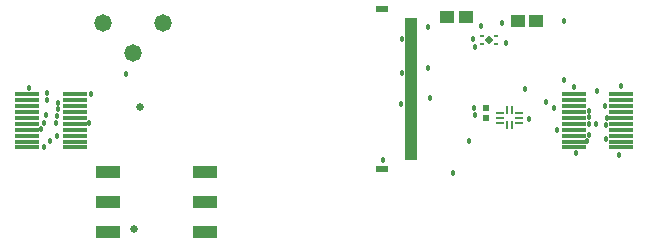
<source format=gbr>
G04*
G04 #@! TF.GenerationSoftware,Altium Limited,Altium Designer,22.4.2 (48)*
G04*
G04 Layer_Color=8388736*
%FSLAX25Y25*%
%MOIN*%
G70*
G04*
G04 #@! TF.SameCoordinates,E734F9EE-B4DD-4720-9605-9BBB33E3B1F9*
G04*
G04*
G04 #@! TF.FilePolarity,Negative*
G04*
G01*
G75*
%ADD15R,0.01400X0.01000*%
%ADD16P,0.02687X4X90.0*%
%ADD19R,0.04952X0.03985*%
%ADD20R,0.02578X0.00787*%
%ADD21R,0.00787X0.02578*%
%ADD22R,0.08465X0.04331*%
%ADD24R,0.02047X0.02047*%
%ADD25R,0.03950X0.01981*%
%ADD26R,0.03950X0.02375*%
%ADD27R,0.07887X0.01784*%
%ADD28C,0.05800*%
%ADD29C,0.01800*%
%ADD30C,0.02500*%
D15*
X250000Y106693D02*
D03*
Y104134D02*
D03*
X254500D02*
D03*
Y106693D02*
D03*
D16*
X252250Y105413D02*
D03*
D19*
X238279Y112992D02*
D03*
X244398D02*
D03*
X268020Y111811D02*
D03*
X261901D02*
D03*
D20*
X262116Y77953D02*
D03*
Y79528D02*
D03*
Y81102D02*
D03*
X255995D02*
D03*
Y79528D02*
D03*
Y77953D02*
D03*
D21*
X259842Y81998D02*
D03*
X258268D02*
D03*
Y77057D02*
D03*
X259842D02*
D03*
D22*
X157579Y61575D02*
D03*
Y51575D02*
D03*
Y41575D02*
D03*
X125098D02*
D03*
Y51575D02*
D03*
Y61575D02*
D03*
D24*
X251181Y79528D02*
D03*
Y82677D02*
D03*
D25*
X226378Y66535D02*
D03*
Y68504D02*
D03*
Y70472D02*
D03*
Y76378D02*
D03*
Y78347D02*
D03*
Y80315D02*
D03*
Y84252D02*
D03*
Y86221D02*
D03*
Y88189D02*
D03*
Y90158D02*
D03*
Y111811D02*
D03*
Y109843D02*
D03*
Y107874D02*
D03*
Y105905D02*
D03*
Y103937D02*
D03*
Y101969D02*
D03*
Y100000D02*
D03*
Y98032D02*
D03*
Y96063D02*
D03*
Y94095D02*
D03*
Y92126D02*
D03*
Y82284D02*
D03*
Y74410D02*
D03*
Y72441D02*
D03*
D26*
X216535Y115748D02*
D03*
Y62598D02*
D03*
D27*
X114050Y87358D02*
D03*
Y85390D02*
D03*
Y83421D02*
D03*
Y81453D02*
D03*
Y79484D02*
D03*
Y77516D02*
D03*
Y75547D02*
D03*
Y73579D02*
D03*
Y71610D02*
D03*
Y69642D02*
D03*
X98302Y87358D02*
D03*
Y85390D02*
D03*
Y83421D02*
D03*
Y81453D02*
D03*
Y79484D02*
D03*
Y77516D02*
D03*
Y75547D02*
D03*
Y73579D02*
D03*
Y71610D02*
D03*
Y69642D02*
D03*
X280450D02*
D03*
Y71610D02*
D03*
Y73579D02*
D03*
Y75547D02*
D03*
Y77516D02*
D03*
Y79484D02*
D03*
Y81453D02*
D03*
Y83421D02*
D03*
Y85390D02*
D03*
Y87358D02*
D03*
X296198Y69642D02*
D03*
Y71610D02*
D03*
Y73579D02*
D03*
Y75547D02*
D03*
Y77516D02*
D03*
Y79484D02*
D03*
Y81453D02*
D03*
Y83421D02*
D03*
Y85390D02*
D03*
Y87358D02*
D03*
D28*
X143465Y111024D02*
D03*
X133465Y101024D02*
D03*
X123465Y111024D02*
D03*
D29*
X247661Y103265D02*
D03*
X277165Y111811D02*
D03*
X257874Y104331D02*
D03*
X256711Y111202D02*
D03*
X247198Y82801D02*
D03*
X240158Y61024D02*
D03*
X245669Y71653D02*
D03*
X246850Y105905D02*
D03*
X249606Y110236D02*
D03*
X288189Y88583D02*
D03*
X271260Y84646D02*
D03*
X247610Y80596D02*
D03*
X264173Y88976D02*
D03*
X274016Y82677D02*
D03*
X287795Y77559D02*
D03*
X277165Y92126D02*
D03*
X231890Y96063D02*
D03*
X232677Y86221D02*
D03*
X223228Y105905D02*
D03*
Y94488D02*
D03*
X216817Y65409D02*
D03*
X231724Y109656D02*
D03*
X222835Y84252D02*
D03*
X108648Y84578D02*
D03*
X119685Y87402D02*
D03*
X131102Y94095D02*
D03*
X104724Y87795D02*
D03*
Y85433D02*
D03*
X118744Y77646D02*
D03*
X290945Y83465D02*
D03*
X296260Y90190D02*
D03*
X280430Y89901D02*
D03*
X285590Y81956D02*
D03*
X285494Y79758D02*
D03*
X285433Y77559D02*
D03*
X285460Y73813D02*
D03*
X285039Y71653D02*
D03*
X281327Y67648D02*
D03*
X295607Y67078D02*
D03*
X291339Y72441D02*
D03*
X291366Y77289D02*
D03*
X291519Y79484D02*
D03*
X274800Y75547D02*
D03*
X265523Y79008D02*
D03*
X107874Y77953D02*
D03*
X108262Y80210D02*
D03*
X108698Y82367D02*
D03*
X98868Y89473D02*
D03*
X104507Y80540D02*
D03*
X103937Y77953D02*
D03*
X103038Y75645D02*
D03*
X108268Y73622D02*
D03*
X105804Y71758D02*
D03*
X103937Y69642D02*
D03*
D30*
X135772Y83071D02*
D03*
X133858Y42520D02*
D03*
M02*

</source>
